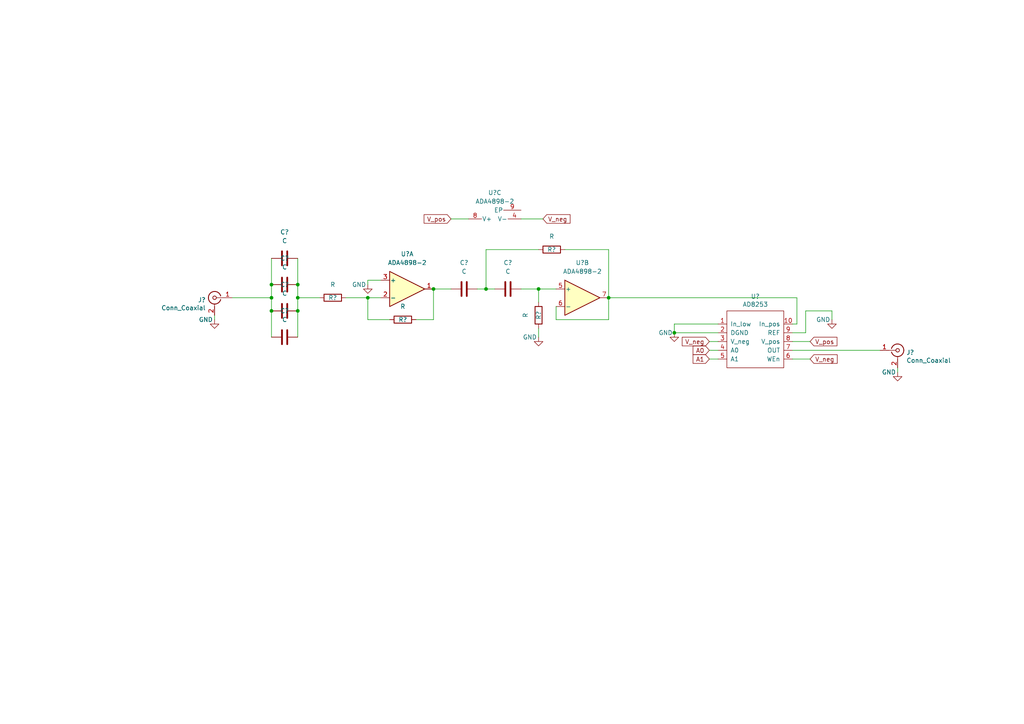
<source format=kicad_sch>
(kicad_sch (version 20211123) (generator eeschema)
  (paper "A4")
  (lib_symbols
    (symbol "Amplifier_Operational:ADA4898-2" (pin_names (offset 0.127))
      (property "Reference" "U" (at 0 5.08 0))
      (property "Value" "ADA4898-2" (at 0 -5.08 0))
      (symbol "ADA4898-2_1_1"
        (polyline (pts (xy -5.08 5.08) (xy 5.08 0) (xy -5.08 -5.08) (xy -5.08 5.08)) (stroke (width 0.254)) (fill (type background)))
        (pin output line (at 7.62 0 180) (length 2.54) (name "~") (number "1"))
        (pin input line (at -7.62 -2.54 0) (length 2.54) (name "-") (number "2"))
        (pin input line (at -7.62 2.54 0) (length 2.54) (name "+") (number "3"))
      )
      (symbol "ADA4898-2_2_1"
        (polyline (pts (xy -5.08 5.08) (xy 5.08 0) (xy -5.08 -5.08) (xy -5.08 5.08)) (stroke (width 0.254)) (fill (type background)))
        (pin input line (at -7.62 2.54 0) (length 2.54) (name "+") (number "5"))
        (pin input line (at -7.62 -2.54 0) (length 2.54) (name "-") (number "6"))
        (pin output line (at 7.62 0 180) (length 2.54) (name "~") (number "7"))
      )
      (symbol "ADA4898-2_3_1"
        (pin power_in line (at -2.54 -7.62 90) (length 3.81) (name "V-") (number "4"))
        (pin power_in line (at -2.54 7.62 270) (length 3.81) (name "V+") (number "8"))
        (pin passive line (at 0 -7.62 90) (length 5.08) (name "EP") (number "9"))
      )
    )
    (symbol "Connector:Conn_Coaxial" (pin_names (offset 1.016) hide)
      (property "Reference" "J" (at 0.254 3.048 0))
      (property "Value" "Conn_Coaxial" (at 2.921 0 90))
      (symbol "Conn_Coaxial_0_1"
        (arc (start -1.778 -0.508) (mid 0.2311 -1.8066) (end 1.778 0) (stroke (width 0.254)))
        (polyline (pts (xy -2.54 0) (xy -0.508 0)))
        (polyline (pts (xy 0 -2.54) (xy 0 -1.778)))
        (circle (center 0 0) (radius 0.508) (stroke (width 0.2032)))
        (arc (start 1.778 0) (mid 0.2099 1.8101) (end -1.778 0.508) (stroke (width 0.254)))
      )
      (symbol "Conn_Coaxial_1_1"
        (pin passive line (at -5.08 0 0) (length 2.54) (name "In") (number "1"))
        (pin passive line (at 0 -5.08 90) (length 2.54) (name "Ext") (number "2"))
      )
    )
    (symbol "Device:C" (pin_numbers hide) (pin_names (offset 0.254))
      (property "Reference" "C" (at 0.635 2.54 0))
      (property "Value" "C" (at 0.635 -2.54 0))
      (symbol "C_0_1"
        (polyline (pts (xy -2.032 -0.762) (xy 2.032 -0.762)) (stroke (width 0.508)))
        (polyline (pts (xy -2.032 0.762) (xy 2.032 0.762)) (stroke (width 0.508)))
      )
      (symbol "C_1_1"
        (pin passive line (at 0 3.81 270) (length 2.794) (name "~") (number "1"))
        (pin passive line (at 0 -3.81 90) (length 2.794) (name "~") (number "2"))
      )
    )
    (symbol "Device:R" (pin_numbers hide) (pin_names (offset 0))
      (property "Reference" "R" (at 2.032 0 90))
      (property "Value" "R" (at 0 0 90))
      (symbol "R_0_1"
        (rectangle (start -1.016 -2.54) (end 1.016 2.54) (stroke (width 0.254)))
      )
      (symbol "R_1_1"
        (pin passive line (at 0 3.81 270) (length 1.27) (name "~") (number "1"))
        (pin passive line (at 0 -3.81 90) (length 1.27) (name "~") (number "2"))
      )
    )
    (symbol "SingularitySurfer_V1-rescue:AD8253-SingularitySurfer" (pin_names (offset 1.016))
      (property "Reference" "U" (at -1.27 -6.35 0))
      (property "Value" "AD8253-SingularitySurfer" (at 0 7.62 0))
      (symbol "AD8253-SingularitySurfer_0_1"
        (rectangle (start -8.89 8.89) (end 7.62 -7.62))
      )
      (symbol "AD8253-SingularitySurfer_1_1"
        (pin input line (at -11.43 5.08 0) (length 2.54) (name "In_low") (number "1"))
        (pin input line (at 10.16 5.08 180) (length 2.54) (name "In_pos") (number "10"))
        (pin power_in line (at -11.43 2.54 0) (length 2.54) (name "DGND") (number "2"))
        (pin power_in line (at -11.43 0 0) (length 2.54) (name "V_neg") (number "3"))
        (pin input line (at -11.43 -2.54 0) (length 2.54) (name "A0") (number "4"))
        (pin input line (at -11.43 -5.08 0) (length 2.54) (name "A1") (number "5"))
        (pin input line (at 10.16 -5.08 180) (length 2.54) (name "WEn") (number "6"))
        (pin output line (at 10.16 -2.54 180) (length 2.54) (name "OUT") (number "7"))
        (pin power_in line (at 10.16 0 180) (length 2.54) (name "V_pos") (number "8"))
        (pin input line (at 10.16 2.54 180) (length 2.54) (name "REF") (number "9"))
      )
    )
    (symbol "power:GND" (power) (pin_names (offset 0))
      (property "Value" "GND" (at 0 -3.81 0))
      (symbol "GND_0_1"
        (polyline (pts (xy 0 0) (xy 0 -1.27) (xy 1.27 -1.27) (xy 0 -2.54) (xy -1.27 -1.27) (xy 0 -1.27)))
      )
      (symbol "GND_1_1"
        (pin power_in line (at 0 0 270) (length 0) hide (name "GND") (number "1"))
      )
    )
  )
  (junction (at 86.36 82.55))
  (junction (at 78.74 82.55))
  (junction (at 78.74 90.17))
  (junction (at 156.21 83.82))
  (junction (at 176.53 86.36))
  (junction (at 125.73 83.82))
  (junction (at 140.97 83.82))
  (junction (at 78.74 86.36))
  (junction (at 86.36 90.17))
  (junction (at 86.36 86.36))
  (junction (at 195.58 96.52))
  (junction (at 106.68 86.36))
  (wire (pts (xy 231.14 86.36) (xy 231.14 93.98)))
  (wire (pts (xy 260.35 106.68) (xy 260.35 107.95)))
  (wire (pts (xy 195.58 96.52) (xy 208.28 96.52)))
  (wire (pts (xy 67.31 86.36) (xy 78.74 86.36)))
  (wire (pts (xy 208.28 93.98) (xy 195.58 93.98)))
  (wire (pts (xy 140.97 72.39) (xy 140.97 83.82)))
  (wire (pts (xy 195.58 93.98) (xy 195.58 96.52)))
  (wire (pts (xy 205.74 99.06) (xy 208.28 99.06)))
  (wire (pts (xy 229.87 99.06) (xy 234.95 99.06)))
  (wire (pts (xy 156.21 72.39) (xy 140.97 72.39)))
  (wire (pts (xy 205.74 101.6) (xy 208.28 101.6)))
  (wire (pts (xy 205.74 104.14) (xy 208.28 104.14)))
  (wire (pts (xy 233.68 96.52) (xy 233.68 90.17)))
  (wire (pts (xy 138.43 83.82) (xy 140.97 83.82)))
  (wire (pts (xy 100.33 86.36) (xy 106.68 86.36)))
  (wire (pts (xy 106.68 86.36) (xy 106.68 92.71)))
  (wire (pts (xy 229.87 104.14) (xy 234.95 104.14)))
  (wire (pts (xy 130.81 63.5) (xy 135.89 63.5)))
  (wire (pts (xy 86.36 86.36) (xy 92.71 86.36)))
  (wire (pts (xy 156.21 83.82) (xy 161.29 83.82)))
  (wire (pts (xy 113.03 92.71) (xy 106.68 92.71)))
  (wire (pts (xy 110.49 81.28) (xy 106.68 81.28)))
  (wire (pts (xy 62.23 91.44) (xy 62.23 92.71)))
  (wire (pts (xy 86.36 86.36) (xy 86.36 90.17)))
  (wire (pts (xy 229.87 96.52) (xy 233.68 96.52)))
  (wire (pts (xy 156.21 83.82) (xy 156.21 87.63)))
  (wire (pts (xy 106.68 86.36) (xy 110.49 86.36)))
  (wire (pts (xy 176.53 72.39) (xy 176.53 86.36)))
  (wire (pts (xy 86.36 82.55) (xy 86.36 86.36)))
  (wire (pts (xy 86.36 90.17) (xy 86.36 97.79)))
  (wire (pts (xy 241.3 90.17) (xy 241.3 92.71)))
  (wire (pts (xy 125.73 92.71) (xy 125.73 83.82)))
  (wire (pts (xy 229.87 101.6) (xy 255.27 101.6)))
  (wire (pts (xy 140.97 83.82) (xy 143.51 83.82)))
  (wire (pts (xy 86.36 74.93) (xy 86.36 82.55)))
  (wire (pts (xy 161.29 88.9) (xy 161.29 92.71)))
  (wire (pts (xy 125.73 83.82) (xy 130.81 83.82)))
  (wire (pts (xy 78.74 86.36) (xy 78.74 82.55)))
  (wire (pts (xy 163.83 72.39) (xy 176.53 72.39)))
  (wire (pts (xy 78.74 74.93) (xy 78.74 82.55)))
  (wire (pts (xy 120.65 92.71) (xy 125.73 92.71)))
  (wire (pts (xy 78.74 90.17) (xy 78.74 97.79)))
  (wire (pts (xy 233.68 90.17) (xy 241.3 90.17)))
  (wire (pts (xy 151.13 63.5) (xy 157.48 63.5)))
  (wire (pts (xy 231.14 93.98) (xy 229.87 93.98)))
  (wire (pts (xy 156.21 95.25) (xy 156.21 97.79)))
  (wire (pts (xy 151.13 83.82) (xy 156.21 83.82)))
  (wire (pts (xy 78.74 86.36) (xy 78.74 90.17)))
  (wire (pts (xy 161.29 92.71) (xy 176.53 92.71)))
  (wire (pts (xy 176.53 86.36) (xy 231.14 86.36)))
  (wire (pts (xy 176.53 92.71) (xy 176.53 86.36)))
  (wire (pts (xy 106.68 82.55) (xy 106.68 81.28)))
  (global_label "A0" (shape input) (at 205.74 101.6 180) (property "Intersheet References" "${INTERSHEET_REFS}" (effects hide)))
  (global_label "V_neg" (shape input) (at 157.48 63.5 0) (property "Intersheet References" "${INTERSHEET_REFS}" (effects hide)))
  (global_label "V_neg" (shape input) (at 205.74 99.06 180) (property "Intersheet References" "${INTERSHEET_REFS}" (effects hide)))
  (global_label "V_pos" (shape input) (at 234.95 99.06 0) (property "Intersheet References" "${INTERSHEET_REFS}" (effects hide)))
  (global_label "V_pos" (shape input) (at 130.81 63.5 180) (property "Intersheet References" "${INTERSHEET_REFS}" (effects hide)))
  (global_label "A1" (shape input) (at 205.74 104.14 180) (property "Intersheet References" "${INTERSHEET_REFS}" (effects hide)))
  (global_label "V_neg" (shape input) (at 234.95 104.14 0) (property "Intersheet References" "${INTERSHEET_REFS}" (effects hide)))
  (symbol (lib_id "Device:R") (at 160.02 72.39 90) (unit 1)
    (property "Reference" "R?" (at 160.02 72.39 90))
    (property "Value" "R" (at 160.02 68.58 90))
  )
  (symbol (lib_id "Device:R") (at 116.84 92.71 90) (unit 1)
    (property "Reference" "R?" (at 116.84 92.71 90))
    (property "Value" "R" (at 116.84 88.9 90))
  )
  (symbol (lib_id "Device:C") (at 82.55 97.79 90) (unit 1)
    (property "Reference" "C?" (at 82.55 90.17 90))
    (property "Value" "C" (at 82.55 92.71 90))
  )
  (symbol (lib_id "power:GND") (at 195.58 96.52 0) (unit 1)
    (property "Reference" "#PWR?" (effects hide))
    (property "Value" "GND" (at 193.04 96.52 0))
  )
  (symbol (lib_id "Amplifier_Operational:ADA4898-2") (at 168.91 86.36 0) (unit 2)
    (property "Reference" "U?" (at 168.91 76.2 0))
    (property "Value" "ADA4898-2" (at 168.91 78.74 0))
    (property "Footprint" "Package_SO:SOIC-8-1EP_3.9x4.9mm_P1.27mm_EP2.41x3.81mm" (effects hide))
    (property "Datasheet" "https://www.analog.com/media/en/technical-documentation/data-sheets/ada4898-1_4898-2.pdf" (effects hide))
  )
  (symbol (lib_id "Connector:Conn_Coaxial") (at 62.23 86.36 0) (mirror y) (unit 1)
    (property "Reference" "J?" (at 59.69 86.995 0) (effects (justify left)))
    (property "Value" "Conn_Coaxial" (at 59.69 89.3064 0) (effects (justify left)))
    (property "Footprint" "Connector_Coaxial:SMA_Molex_73251-2200_Horizontal" (effects hide))
    (property "Datasheet" " ~" (effects hide))
  )
  (symbol (lib_id "Device:R") (at 156.21 91.44 180) (unit 1)
    (property "Reference" "R?" (at 156.21 91.44 90))
    (property "Value" "R" (at 152.4 91.44 90))
  )
  (symbol (lib_id "SingularitySurfer_V1-rescue:AD8253-SingularitySurfer") (at 219.71 99.06 0) (unit 1)
    (property "Reference" "U?" (at 219.075 85.979 0))
    (property "Value" "AD8253" (at 219.075 88.2904 0))
  )
  (symbol (lib_id "Device:C") (at 147.32 83.82 90) (unit 1)
    (property "Reference" "C?" (at 147.32 76.2 90))
    (property "Value" "C" (at 147.32 78.74 90))
  )
  (symbol (lib_id "Amplifier_Operational:ADA4898-2") (at 143.51 60.96 90) (unit 3)
    (property "Reference" "U?" (at 143.51 55.88 90))
    (property "Value" "ADA4898-2" (at 143.51 58.42 90))
    (property "Footprint" "Package_SO:SOIC-8-1EP_3.9x4.9mm_P1.27mm_EP2.41x3.81mm" (effects hide))
    (property "Datasheet" "https://www.analog.com/media/en/technical-documentation/data-sheets/ada4898-1_4898-2.pdf" (effects hide))
  )
  (symbol (lib_id "Device:C") (at 134.62 83.82 90) (unit 1)
    (property "Reference" "C?" (at 134.62 76.2 90))
    (property "Value" "C" (at 134.62 78.74 90))
  )
  (symbol (lib_id "Connector:Conn_Coaxial") (at 260.35 101.6 0) (unit 1)
    (property "Reference" "J?" (at 262.89 102.235 0) (effects (justify left)))
    (property "Value" "Conn_Coaxial" (at 262.89 104.5464 0) (effects (justify left)))
    (property "Footprint" "Connector_Coaxial:SMA_Molex_73251-2200_Horizontal" (effects hide))
    (property "Datasheet" " ~" (effects hide))
  )
  (symbol (lib_id "Device:R") (at 96.52 86.36 90) (unit 1)
    (property "Reference" "R?" (at 96.52 86.36 90))
    (property "Value" "R" (at 96.52 82.55 90))
  )
  (symbol (lib_id "power:GND") (at 241.3 92.71 0) (unit 1)
    (property "Reference" "#PWR?" (effects hide))
    (property "Value" "GND" (at 238.76 92.71 0))
  )
  (symbol (lib_id "Device:C") (at 82.55 82.55 90) (unit 1)
    (property "Reference" "C?" (at 82.55 74.93 90))
    (property "Value" "C" (at 82.55 77.47 90))
  )
  (symbol (lib_id "Device:C") (at 82.55 90.17 90) (unit 1)
    (property "Reference" "C?" (at 82.55 82.55 90))
    (property "Value" "C" (at 82.55 85.09 90))
  )
  (symbol (lib_id "power:GND") (at 156.21 97.79 0) (unit 1)
    (property "Reference" "#PWR?" (effects hide))
    (property "Value" "GND" (at 153.67 97.79 0))
  )
  (symbol (lib_id "Device:C") (at 82.55 74.93 90) (unit 1)
    (property "Reference" "C?" (at 82.55 67.31 90))
    (property "Value" "C" (at 82.55 69.85 90))
  )
  (symbol (lib_id "power:GND") (at 260.35 107.95 0) (unit 1)
    (property "Reference" "#PWR?" (effects hide))
    (property "Value" "GND" (at 257.81 107.95 0))
  )
  (symbol (lib_id "power:GND") (at 62.23 92.71 0) (unit 1)
    (property "Reference" "#PWR?" (effects hide))
    (property "Value" "GND" (at 59.69 92.71 0))
  )
  (symbol (lib_id "Amplifier_Operational:ADA4898-2") (at 118.11 83.82 0) (unit 1)
    (property "Reference" "U?" (at 118.11 73.66 0))
    (property "Value" "ADA4898-2" (at 118.11 76.2 0))
    (property "Footprint" "Package_SO:SOIC-8-1EP_3.9x4.9mm_P1.27mm_EP2.41x3.81mm" (effects hide))
    (property "Datasheet" "https://www.analog.com/media/en/technical-documentation/data-sheets/ada4898-1_4898-2.pdf" (effects hide))
  )
  (symbol (lib_id "power:GND") (at 106.68 82.55 0) (unit 1)
    (property "Reference" "#PWR?" (effects hide))
    (property "Value" "GND" (at 104.14 82.55 0))
  )
)
</source>
